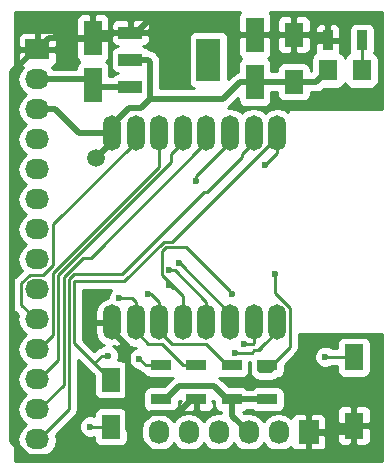
<source format=gbr>
G04 #@! TF.FileFunction,Copper,L1,Top,Signal*
%FSLAX46Y46*%
G04 Gerber Fmt 4.6, Leading zero omitted, Abs format (unit mm)*
G04 Created by KiCad (PCBNEW 4.1.0-alpha+201607250104+6992~46~ubuntu14.04.1-product) date Sat Aug 13 20:54:48 2016*
%MOMM*%
%LPD*%
G01*
G04 APERTURE LIST*
%ADD10C,0.100000*%
%ADD11R,1.597660X1.800860*%
%ADD12R,1.727200X2.032000*%
%ADD13O,1.727200X2.032000*%
%ADD14R,2.032000X1.727200*%
%ADD15O,2.032000X1.727200*%
%ADD16R,1.501140X2.999740*%
%ADD17R,1.600000X2.000000*%
%ADD18R,1.700000X0.900000*%
%ADD19R,2.032000X3.657600*%
%ADD20R,2.032000X1.016000*%
%ADD21O,1.524000X3.000000*%
%ADD22R,0.900000X1.700000*%
%ADD23R,1.600000X2.180000*%
%ADD24C,1.500000*%
%ADD25C,0.600000*%
%ADD26C,0.500000*%
%ADD27C,0.250000*%
%ADD28C,0.254000*%
G04 APERTURE END LIST*
D10*
D11*
X137010140Y-107188000D03*
X139849860Y-107188000D03*
D12*
X135359000Y-137850000D03*
D13*
X132819000Y-137850000D03*
X130279000Y-137850000D03*
X127739000Y-137850000D03*
X125199000Y-137850000D03*
X122659000Y-137850000D03*
D14*
X112395000Y-105410000D03*
D15*
X112395000Y-107950000D03*
X112395000Y-110490000D03*
X112395000Y-113030000D03*
X112395000Y-115570000D03*
X112395000Y-118110000D03*
X112395000Y-120650000D03*
X112395000Y-123190000D03*
X112395000Y-125730000D03*
X112395000Y-128270000D03*
X112395000Y-130810000D03*
X112395000Y-133350000D03*
X112395000Y-135890000D03*
X112395000Y-138430000D03*
D16*
X117094000Y-104460040D03*
X117094000Y-108458000D03*
X130810000Y-104173020D03*
X130810000Y-108170980D03*
D17*
X134112000Y-108172000D03*
X134112000Y-104172000D03*
X118618000Y-137382000D03*
X118618000Y-133382000D03*
D18*
X122859000Y-135050000D03*
X122859000Y-132150000D03*
D19*
X126873000Y-106299000D03*
D20*
X120269000Y-106299000D03*
X120269000Y-108585000D03*
X120269000Y-104013000D03*
D21*
X118714000Y-112522000D03*
X120714000Y-112522000D03*
X122714000Y-112522000D03*
X124714000Y-112522000D03*
X126714000Y-112522000D03*
X128714000Y-112522000D03*
X130714000Y-112522000D03*
X132714000Y-112522000D03*
X118714000Y-128522000D03*
X120714000Y-128522000D03*
X122714000Y-128522000D03*
X124714000Y-128522000D03*
X126714000Y-128522000D03*
X128714000Y-128522000D03*
X130714000Y-128522000D03*
X132714000Y-128522000D03*
D22*
X139880000Y-104648000D03*
X136980000Y-104648000D03*
D23*
X139194320Y-131466000D03*
X139189680Y-137266000D03*
D18*
X128859000Y-135050000D03*
X128859000Y-132150000D03*
X131859000Y-135050000D03*
X131859000Y-132150000D03*
X125859000Y-132150000D03*
X125859000Y-135050000D03*
D24*
X117359000Y-114600000D03*
D25*
X116859000Y-137350000D03*
X128905000Y-126111000D03*
X136779000Y-131445000D03*
X123571000Y-125349000D03*
X118359000Y-131350000D03*
X121018011Y-131600000D03*
X131699000Y-115189000D03*
X129859000Y-130350000D03*
X129109000Y-131100000D03*
X124390696Y-123513306D03*
X123571000Y-124079000D03*
X121793000Y-126111000D03*
X119327895Y-126457122D03*
X132521259Y-124437741D03*
X125859000Y-116600000D03*
D26*
X125859000Y-135050000D02*
X125459000Y-135050000D01*
X125459000Y-135050000D02*
X124325010Y-136183990D01*
X124325010Y-136183990D02*
X121991639Y-136183990D01*
X121991639Y-136183990D02*
X120345831Y-137829798D01*
X122032043Y-139516010D02*
X120345831Y-137829798D01*
X120345831Y-137829798D02*
X120068001Y-137551968D01*
X112395000Y-105410000D02*
X112242600Y-105410000D01*
X112242600Y-105410000D02*
X110278980Y-107373620D01*
X110278980Y-107373620D02*
X110278980Y-138606947D01*
X111615643Y-139943610D02*
X119026392Y-139943610D01*
X110278980Y-138606947D02*
X111615643Y-139943610D01*
X119026392Y-139943610D02*
X120345831Y-138624171D01*
X120345831Y-138624171D02*
X120345831Y-137829798D01*
X139189680Y-137266000D02*
X139189680Y-138856000D01*
X139189680Y-138856000D02*
X138529670Y-139516010D01*
X138529670Y-139516010D02*
X122032043Y-139516010D01*
X120068001Y-130614001D02*
X118714000Y-129260000D01*
X120068001Y-137551968D02*
X120068001Y-130614001D01*
X118714000Y-129260000D02*
X118714000Y-128522000D01*
X135359000Y-137850000D02*
X138605680Y-137850000D01*
X138605680Y-137850000D02*
X139189680Y-137266000D01*
X134112000Y-104172000D02*
X136504000Y-104172000D01*
X136504000Y-104172000D02*
X136980000Y-104648000D01*
X134112000Y-104172000D02*
X130811020Y-104172000D01*
X130811020Y-104172000D02*
X130810000Y-104173020D01*
X127529000Y-103005000D02*
X128697020Y-104173020D01*
X128697020Y-104173020D02*
X130810000Y-104173020D01*
X127529000Y-103005000D02*
X121785000Y-103005000D01*
X121785000Y-103005000D02*
X120777000Y-104013000D01*
X120777000Y-104013000D02*
X120269000Y-104013000D01*
X120269000Y-104013000D02*
X117541040Y-104013000D01*
X117541040Y-104013000D02*
X117094000Y-104460040D01*
X117094000Y-104460040D02*
X113344960Y-104460040D01*
X113344960Y-104460040D02*
X112395000Y-105410000D01*
X112395000Y-107950000D02*
X116586000Y-107950000D01*
X116586000Y-107950000D02*
X117094000Y-108458000D01*
X112903000Y-108458000D02*
X112395000Y-107950000D01*
X120269000Y-108585000D02*
X117221000Y-108585000D01*
X117221000Y-108585000D02*
X117094000Y-108458000D01*
X122859000Y-135050000D02*
X123259000Y-135050000D01*
X123259000Y-135050000D02*
X124359001Y-133949999D01*
X124359001Y-133949999D02*
X127358999Y-133949999D01*
X127358999Y-133949999D02*
X128459000Y-135050000D01*
X128459000Y-135050000D02*
X128859000Y-135050000D01*
X131859000Y-135050000D02*
X128859000Y-135050000D01*
X128859000Y-135050000D02*
X128859000Y-136430000D01*
X128859000Y-136430000D02*
X130279000Y-137850000D01*
X118714000Y-112522000D02*
X118714000Y-113245000D01*
X118714000Y-113245000D02*
X117359000Y-114600000D01*
X130810000Y-108170980D02*
X129559430Y-108170980D01*
X129559430Y-108170980D02*
X128117409Y-109613001D01*
X128117409Y-109613001D02*
X121935001Y-109613001D01*
X134112000Y-108172000D02*
X136026140Y-108172000D01*
X136026140Y-108172000D02*
X137010140Y-107188000D01*
X130810000Y-108170980D02*
X134110980Y-108170980D01*
X134110980Y-108170980D02*
X134112000Y-108172000D01*
X112395000Y-110490000D02*
X113911000Y-110490000D01*
X113911000Y-110490000D02*
X115943000Y-112522000D01*
X115943000Y-112522000D02*
X117452000Y-112522000D01*
X117452000Y-112522000D02*
X118714000Y-112522000D01*
X112547400Y-110490000D02*
X112395000Y-110490000D01*
X120269000Y-106299000D02*
X121785000Y-106299000D01*
X121785000Y-106299000D02*
X121935001Y-106449001D01*
X120126010Y-110371990D02*
X118714000Y-111784000D01*
X118714000Y-111784000D02*
X118714000Y-112522000D01*
X121935001Y-106449001D02*
X121935001Y-109613001D01*
X121935001Y-109613001D02*
X121176012Y-110371990D01*
X121176012Y-110371990D02*
X120126010Y-110371990D01*
D27*
X116859000Y-137350000D02*
X118586000Y-137350000D01*
X118586000Y-137350000D02*
X118618000Y-137382000D01*
X122945995Y-122508999D02*
X123270995Y-122183999D01*
X123270995Y-122183999D02*
X124977999Y-122183999D01*
X122945995Y-124560993D02*
X122945995Y-122508999D01*
X124977999Y-122183999D02*
X128605001Y-125811001D01*
X124714000Y-126328998D02*
X122945995Y-124560993D01*
X128605001Y-125811001D02*
X128905000Y-126111000D01*
X139194320Y-131466000D02*
X138248588Y-131466000D01*
X138248588Y-131466000D02*
X138144320Y-131466000D01*
X136779000Y-131445000D02*
X138227588Y-131445000D01*
X138227588Y-131445000D02*
X138248588Y-131466000D01*
X123571000Y-125349000D02*
X123870999Y-125648999D01*
X123870999Y-125648999D02*
X124034001Y-125648999D01*
X124034001Y-125648999D02*
X124714000Y-126328998D01*
X124714000Y-126328998D02*
X124714000Y-126772000D01*
X124714000Y-126772000D02*
X124714000Y-128522000D01*
X115536049Y-130300049D02*
X117226014Y-131990014D01*
X117226014Y-131990014D02*
X118618000Y-133382000D01*
X118359000Y-131350000D02*
X117866028Y-131350000D01*
X117866028Y-131350000D02*
X117226014Y-131990014D01*
X122859000Y-132150000D02*
X121568011Y-132150000D01*
X121568011Y-132150000D02*
X121018011Y-131600000D01*
X131699000Y-115189000D02*
X132714000Y-114174000D01*
X132714000Y-114174000D02*
X132714000Y-112522000D01*
D26*
X112903000Y-112522000D02*
X112395000Y-113030000D01*
D27*
X132714000Y-112522000D02*
X132714000Y-112797264D01*
X123084597Y-121733989D02*
X119754237Y-125064349D01*
X123777275Y-121733989D02*
X123084597Y-121733989D01*
X115536049Y-125064349D02*
X115536049Y-130300049D01*
X119754237Y-125064349D02*
X115536049Y-125064349D01*
X132714000Y-112797264D02*
X123777275Y-121733989D01*
X130283264Y-130350000D02*
X129859000Y-130350000D01*
X130636000Y-130350000D02*
X130283264Y-130350000D01*
X130714000Y-130272000D02*
X130636000Y-130350000D01*
X130714000Y-128522000D02*
X130714000Y-130272000D01*
X129533264Y-131100000D02*
X129109000Y-131100000D01*
X130533264Y-131100000D02*
X129533264Y-131100000D01*
X130783264Y-130850000D02*
X130533264Y-131100000D01*
X131658999Y-130300001D02*
X131109000Y-130850000D01*
X131109000Y-130850000D02*
X130783264Y-130850000D01*
X132714000Y-128522000D02*
X132714000Y-129260000D01*
X132714000Y-129260000D02*
X131124000Y-130850000D01*
X131124000Y-130850000D02*
X130783264Y-130850000D01*
X132714000Y-128522000D02*
X132714000Y-128872998D01*
X124443306Y-123513306D02*
X124390696Y-123513306D01*
X128714000Y-127784000D02*
X124443306Y-123513306D01*
X128714000Y-128522000D02*
X128714000Y-127784000D01*
X124021000Y-124079000D02*
X123995264Y-124079000D01*
X126714000Y-126772000D02*
X124021000Y-124079000D01*
X123995264Y-124079000D02*
X123571000Y-124079000D01*
X126714000Y-128522000D02*
X126714000Y-126772000D01*
X128459000Y-132150000D02*
X126656010Y-130347010D01*
X123801010Y-130347010D02*
X122714000Y-129260000D01*
X128859000Y-132150000D02*
X128459000Y-132150000D01*
X126656010Y-130347010D02*
X123801010Y-130347010D01*
X122714000Y-129260000D02*
X122714000Y-128522000D01*
X122714000Y-128522000D02*
X122714000Y-126772000D01*
X122053000Y-126111000D02*
X121793000Y-126111000D01*
X122714000Y-126772000D02*
X122053000Y-126111000D01*
X125859000Y-132150000D02*
X124759000Y-132150000D01*
X124759000Y-132150000D02*
X122956010Y-130347010D01*
X122956010Y-130347010D02*
X121801010Y-130347010D01*
X121801010Y-130347010D02*
X120714000Y-129260000D01*
X120714000Y-129260000D02*
X120714000Y-128522000D01*
X120399122Y-126457122D02*
X119327895Y-126457122D01*
X120714000Y-128522000D02*
X120714000Y-126772000D01*
X120714000Y-126772000D02*
X120399122Y-126457122D01*
X112242600Y-128270000D02*
X112395000Y-128270000D01*
X120714000Y-113260000D02*
X113736010Y-120237990D01*
X111053990Y-127081390D02*
X112242600Y-128270000D01*
X113736010Y-123682338D02*
X112876958Y-124541390D01*
X111053990Y-125237662D02*
X111053990Y-127081390D01*
X112876958Y-124541390D02*
X111750262Y-124541390D01*
X120714000Y-112522000D02*
X120714000Y-113260000D01*
X113736010Y-120237990D02*
X113736010Y-123682338D01*
X111750262Y-124541390D02*
X111053990Y-125237662D01*
X122714000Y-112522000D02*
X122714000Y-115340758D01*
X122714000Y-115340758D02*
X113736008Y-124318750D01*
X113736008Y-124318750D02*
X113736008Y-129621392D01*
X113736008Y-129621392D02*
X112547400Y-130810000D01*
X112547400Y-130810000D02*
X112395000Y-130810000D01*
X124714000Y-113260000D02*
X123702000Y-114272000D01*
X114186018Y-131711382D02*
X112547400Y-133350000D01*
X123702000Y-114272000D02*
X123702000Y-114989168D01*
X123702000Y-114989168D02*
X114186018Y-124505150D01*
X114186018Y-124505150D02*
X114186018Y-131711382D01*
X112547400Y-133350000D02*
X112395000Y-133350000D01*
X124714000Y-112522000D02*
X124714000Y-113260000D01*
X114636028Y-124691550D02*
X114636028Y-133801372D01*
X116266636Y-123060942D02*
X114636028Y-124691550D01*
X116913057Y-123060942D02*
X116266636Y-123060942D01*
X126714000Y-112522000D02*
X126714000Y-113260000D01*
X126714000Y-113260000D02*
X116913057Y-123060942D01*
X112547400Y-135890000D02*
X112395000Y-135890000D01*
X114636028Y-133801372D02*
X112547400Y-135890000D01*
X129702000Y-114501002D02*
X126723001Y-117480001D01*
X129702000Y-114272000D02*
X129702000Y-114501002D01*
X112547400Y-138430000D02*
X112395000Y-138430000D01*
X115086038Y-135891362D02*
X112547400Y-138430000D01*
X119546057Y-124427943D02*
X115536045Y-124427943D01*
X126723001Y-117480001D02*
X126493999Y-117480001D01*
X130714000Y-113260000D02*
X129702000Y-114272000D01*
X115086038Y-124877950D02*
X115086038Y-135891362D01*
X115536045Y-124427943D02*
X115086038Y-124877950D01*
X130714000Y-112522000D02*
X130714000Y-113260000D01*
X126493999Y-117480001D02*
X119546057Y-124427943D01*
X139880000Y-104648000D02*
X139880000Y-107157860D01*
X139880000Y-107157860D02*
X139849860Y-107188000D01*
X132521259Y-124437741D02*
X132521259Y-126053995D01*
X133801010Y-130607990D02*
X132259000Y-132150000D01*
X132521259Y-126053995D02*
X133801010Y-127333746D01*
X133801010Y-127333746D02*
X133801010Y-130607990D01*
X132259000Y-132150000D02*
X131859000Y-132150000D01*
X128714000Y-112522000D02*
X128714000Y-113260000D01*
X128714000Y-113260000D02*
X125859000Y-116115000D01*
X125859000Y-116115000D02*
X125859000Y-116600000D01*
D26*
X131244000Y-132588000D02*
X132194000Y-132588000D01*
X128714000Y-112522000D02*
X128714000Y-113602000D01*
X128714000Y-112522000D02*
X128714000Y-111784000D01*
D28*
G36*
X110787334Y-127889536D02*
X110711655Y-128270000D01*
X110825729Y-128843489D01*
X111150585Y-129329670D01*
X111465366Y-129540000D01*
X111150585Y-129750330D01*
X110825729Y-130236511D01*
X110711655Y-130810000D01*
X110825729Y-131383489D01*
X111150585Y-131869670D01*
X111465366Y-132080000D01*
X111150585Y-132290330D01*
X110825729Y-132776511D01*
X110711655Y-133350000D01*
X110825729Y-133923489D01*
X111150585Y-134409670D01*
X111465366Y-134620000D01*
X111150585Y-134830330D01*
X110825729Y-135316511D01*
X110711655Y-135890000D01*
X110825729Y-136463489D01*
X111150585Y-136949670D01*
X111465366Y-137160000D01*
X111150585Y-137370330D01*
X110825729Y-137856511D01*
X110711655Y-138430000D01*
X110825729Y-139003489D01*
X111150585Y-139489670D01*
X111636766Y-139814526D01*
X112210255Y-139928600D01*
X112579745Y-139928600D01*
X113153234Y-139814526D01*
X113639415Y-139489670D01*
X113964271Y-139003489D01*
X114078345Y-138430000D01*
X114002666Y-138049536D01*
X115623439Y-136428763D01*
X115788186Y-136182202D01*
X115846038Y-135891362D01*
X115846038Y-135734560D01*
X117818000Y-135734560D01*
X117575877Y-135781537D01*
X117363073Y-135921327D01*
X117220623Y-136132360D01*
X117170560Y-136382000D01*
X117170560Y-136466968D01*
X117045799Y-136415162D01*
X116673833Y-136414838D01*
X116330057Y-136556883D01*
X116066808Y-136819673D01*
X115924162Y-137163201D01*
X115923838Y-137535167D01*
X116065883Y-137878943D01*
X116328673Y-138142192D01*
X116672201Y-138284838D01*
X117044167Y-138285162D01*
X117170560Y-138232938D01*
X117170560Y-138382000D01*
X117217537Y-138624123D01*
X117357327Y-138836927D01*
X117568360Y-138979377D01*
X117818000Y-139029440D01*
X119418000Y-139029440D01*
X119660123Y-138982463D01*
X119872927Y-138842673D01*
X120015377Y-138631640D01*
X120065440Y-138382000D01*
X120065440Y-136382000D01*
X120018463Y-136139877D01*
X119878673Y-135927073D01*
X119667640Y-135784623D01*
X119418000Y-135734560D01*
X117818000Y-135734560D01*
X115846038Y-135734560D01*
X115846038Y-131684840D01*
X117170560Y-133009362D01*
X117170560Y-134382000D01*
X117217537Y-134624123D01*
X117357327Y-134836927D01*
X117568360Y-134979377D01*
X117818000Y-135029440D01*
X119418000Y-135029440D01*
X119660123Y-134982463D01*
X119872927Y-134842673D01*
X120015377Y-134631640D01*
X120065440Y-134382000D01*
X120065440Y-132382000D01*
X120018463Y-132139877D01*
X119878673Y-131927073D01*
X119667640Y-131784623D01*
X119418000Y-131734560D01*
X119211720Y-131734560D01*
X119293838Y-131536799D01*
X119294162Y-131164833D01*
X119152117Y-130821057D01*
X118889327Y-130557808D01*
X118841002Y-130537742D01*
X118841002Y-130491721D01*
X119057070Y-130614220D01*
X119131277Y-130599260D01*
X119612026Y-130337630D01*
X119692059Y-130238601D01*
X119726172Y-130289655D01*
X120179391Y-130592487D01*
X120714000Y-130698827D01*
X120784545Y-130684795D01*
X120489068Y-130806883D01*
X120225819Y-131069673D01*
X120083173Y-131413201D01*
X120082849Y-131785167D01*
X120224894Y-132128943D01*
X120487684Y-132392192D01*
X120831212Y-132534838D01*
X120878088Y-132534879D01*
X121030610Y-132687401D01*
X121277171Y-132852148D01*
X121325425Y-132861746D01*
X121435857Y-132883713D01*
X121548327Y-133054927D01*
X121759360Y-133197377D01*
X122009000Y-133247440D01*
X123709000Y-133247440D01*
X123905025Y-133209407D01*
X123733211Y-133324209D01*
X123733209Y-133324212D01*
X123104860Y-133952560D01*
X122009000Y-133952560D01*
X121766877Y-133999537D01*
X121554073Y-134139327D01*
X121411623Y-134350360D01*
X121361560Y-134600000D01*
X121361560Y-135500000D01*
X121408537Y-135742123D01*
X121548327Y-135954927D01*
X121759360Y-136097377D01*
X122009000Y-136147440D01*
X123709000Y-136147440D01*
X123951123Y-136100463D01*
X124163927Y-135960673D01*
X124306377Y-135749640D01*
X124356440Y-135500000D01*
X124356440Y-135204140D01*
X124383578Y-135177002D01*
X124532748Y-135177002D01*
X124374000Y-135335750D01*
X124374000Y-135626309D01*
X124470673Y-135859698D01*
X124649301Y-136038327D01*
X124882690Y-136135000D01*
X125573250Y-136135000D01*
X125732000Y-135976250D01*
X125732000Y-135177000D01*
X125712000Y-135177000D01*
X125712000Y-134923000D01*
X125732000Y-134923000D01*
X125732000Y-134903000D01*
X125986000Y-134903000D01*
X125986000Y-134923000D01*
X126006000Y-134923000D01*
X126006000Y-135177000D01*
X125986000Y-135177000D01*
X125986000Y-135976250D01*
X126144750Y-136135000D01*
X126835310Y-136135000D01*
X127068699Y-136038327D01*
X127247327Y-135859698D01*
X127344000Y-135626309D01*
X127344000Y-135335750D01*
X127185252Y-135177002D01*
X127334423Y-135177002D01*
X127361560Y-135204139D01*
X127361560Y-135500000D01*
X127408537Y-135742123D01*
X127548327Y-135954927D01*
X127759360Y-136097377D01*
X127974000Y-136140421D01*
X127974000Y-136213399D01*
X127739000Y-136166655D01*
X127165511Y-136280729D01*
X126679330Y-136605585D01*
X126469000Y-136920366D01*
X126258670Y-136605585D01*
X125772489Y-136280729D01*
X125199000Y-136166655D01*
X124625511Y-136280729D01*
X124139330Y-136605585D01*
X123929000Y-136920366D01*
X123718670Y-136605585D01*
X123232489Y-136280729D01*
X122659000Y-136166655D01*
X122085511Y-136280729D01*
X121599330Y-136605585D01*
X121274474Y-137091766D01*
X121160400Y-137665255D01*
X121160400Y-138034745D01*
X121274474Y-138608234D01*
X121599330Y-139094415D01*
X122085511Y-139419271D01*
X122659000Y-139533345D01*
X123232489Y-139419271D01*
X123718670Y-139094415D01*
X123929000Y-138779634D01*
X124139330Y-139094415D01*
X124625511Y-139419271D01*
X125199000Y-139533345D01*
X125772489Y-139419271D01*
X126258670Y-139094415D01*
X126469000Y-138779634D01*
X126679330Y-139094415D01*
X127165511Y-139419271D01*
X127739000Y-139533345D01*
X128312489Y-139419271D01*
X128798670Y-139094415D01*
X129009000Y-138779634D01*
X129219330Y-139094415D01*
X129705511Y-139419271D01*
X130279000Y-139533345D01*
X130852489Y-139419271D01*
X131338670Y-139094415D01*
X131549000Y-138779634D01*
X131759330Y-139094415D01*
X132245511Y-139419271D01*
X132819000Y-139533345D01*
X133392489Y-139419271D01*
X133878670Y-139094415D01*
X133893500Y-139072220D01*
X133957073Y-139225698D01*
X134135701Y-139404327D01*
X134369090Y-139501000D01*
X135073250Y-139501000D01*
X135232000Y-139342250D01*
X135232000Y-137977000D01*
X135486000Y-137977000D01*
X135486000Y-139342250D01*
X135644750Y-139501000D01*
X136348910Y-139501000D01*
X136582299Y-139404327D01*
X136760927Y-139225698D01*
X136857600Y-138992309D01*
X136857600Y-138482309D01*
X137754680Y-138482309D01*
X137851353Y-138715698D01*
X138029981Y-138894327D01*
X138263370Y-138991000D01*
X138903930Y-138991000D01*
X139062680Y-138832250D01*
X139062680Y-137393000D01*
X139316680Y-137393000D01*
X139062680Y-137393000D01*
X139316680Y-137393000D01*
X139316680Y-138832250D01*
X139475430Y-138991000D01*
X140115990Y-138991000D01*
X140349379Y-138894327D01*
X140528007Y-138715698D01*
X140624680Y-138482309D01*
X140624680Y-137551750D01*
X140465930Y-137393000D01*
X139316680Y-137393000D01*
X139062680Y-137393000D01*
X137913430Y-137393000D01*
X136857600Y-137393000D01*
X136857600Y-136707691D01*
X136760927Y-136474302D01*
X136582299Y-136295673D01*
X136348910Y-136199000D01*
X135644750Y-136199000D01*
X135486000Y-136357750D01*
X135486000Y-137723000D01*
X136698850Y-137723000D01*
X136857600Y-137564250D01*
X136857600Y-137393000D01*
X137913430Y-137393000D01*
X136857600Y-137393000D01*
X137913430Y-137393000D01*
X137754680Y-137551750D01*
X137754680Y-138482309D01*
X136857600Y-138482309D01*
X136857600Y-138135750D01*
X136698850Y-137977000D01*
X135486000Y-137977000D01*
X135232000Y-137977000D01*
X135212000Y-137977000D01*
X135212000Y-137723000D01*
X135232000Y-137723000D01*
X135232000Y-136357750D01*
X135073250Y-136199000D01*
X134369090Y-136199000D01*
X134135701Y-136295673D01*
X133957073Y-136474302D01*
X133893500Y-136627780D01*
X133878670Y-136605585D01*
X133392489Y-136280729D01*
X132819000Y-136166655D01*
X132245511Y-136280729D01*
X131759330Y-136605585D01*
X131549000Y-136920366D01*
X131338670Y-136605585D01*
X130852489Y-136280729D01*
X130279000Y-136166655D01*
X129918869Y-136238289D01*
X129808680Y-136128100D01*
X129951123Y-136100463D01*
X130163927Y-135960673D01*
X130181257Y-135935000D01*
X130535237Y-135935000D01*
X130548327Y-135954927D01*
X130759360Y-136097377D01*
X131009000Y-136147440D01*
X132709000Y-136147440D01*
X132951123Y-136100463D01*
X133163927Y-135960673D01*
X133306377Y-135749640D01*
X133348217Y-135541000D01*
X138263370Y-135541000D01*
X138029981Y-135637673D01*
X137851353Y-135816302D01*
X137754680Y-136049691D01*
X137754680Y-136980250D01*
X137913430Y-137139000D01*
X139062680Y-137139000D01*
X139062680Y-135699750D01*
X138903930Y-135541000D01*
X139475430Y-135541000D01*
X139316680Y-135699750D01*
X139316680Y-137139000D01*
X140465930Y-137139000D01*
X140624680Y-136980250D01*
X140624680Y-136049691D01*
X140528007Y-135816302D01*
X140349379Y-135637673D01*
X140115990Y-135541000D01*
X139475430Y-135541000D01*
X138903930Y-135541000D01*
X138263370Y-135541000D01*
X133348217Y-135541000D01*
X133356440Y-135500000D01*
X133356440Y-134600000D01*
X133309463Y-134357877D01*
X133169673Y-134145073D01*
X132958640Y-134002623D01*
X132709000Y-133952560D01*
X131009000Y-133952560D01*
X130766877Y-133999537D01*
X130554073Y-134139327D01*
X130536743Y-134165000D01*
X130182763Y-134165000D01*
X130169673Y-134145073D01*
X129958640Y-134002623D01*
X129709000Y-133952560D01*
X128613139Y-133952560D01*
X127984789Y-133324209D01*
X127810241Y-133207581D01*
X128009000Y-133247440D01*
X129709000Y-133247440D01*
X129951123Y-133200463D01*
X130163927Y-133060673D01*
X130306377Y-132849640D01*
X130356440Y-132600000D01*
X130356440Y-131860000D01*
X130361560Y-131860000D01*
X130361560Y-132575130D01*
X130359000Y-132588000D01*
X130368423Y-132635370D01*
X130408537Y-132842123D01*
X130409988Y-132844332D01*
X130426367Y-132926675D01*
X130618210Y-133213790D01*
X130905325Y-133405633D01*
X131244000Y-133473000D01*
X132194000Y-133473000D01*
X132532675Y-133405633D01*
X132794156Y-133230918D01*
X132951123Y-133200463D01*
X133163927Y-133060673D01*
X133306377Y-132849640D01*
X133356440Y-132600000D01*
X133356440Y-132127362D01*
X134338411Y-131145391D01*
X134503158Y-130898830D01*
X134521447Y-130806883D01*
X134561010Y-130607990D01*
X134561010Y-129728560D01*
X138394320Y-129728560D01*
X138152197Y-129775537D01*
X137939393Y-129915327D01*
X137796943Y-130126360D01*
X137746880Y-130376000D01*
X137746880Y-130685000D01*
X137341463Y-130685000D01*
X137309327Y-130652808D01*
X136965799Y-130510162D01*
X136593833Y-130509838D01*
X136250057Y-130651883D01*
X135986808Y-130914673D01*
X135844162Y-131258201D01*
X135843838Y-131630167D01*
X135985883Y-131973943D01*
X136248673Y-132237192D01*
X136592201Y-132379838D01*
X136964167Y-132380162D01*
X137307943Y-132238117D01*
X137341118Y-132205000D01*
X137746880Y-132205000D01*
X137746880Y-132556000D01*
X137793857Y-132798123D01*
X137933647Y-133010927D01*
X138144680Y-133153377D01*
X138394320Y-133203440D01*
X139994320Y-133203440D01*
X140236443Y-133156463D01*
X140449247Y-133016673D01*
X140591697Y-132805640D01*
X140641760Y-132556000D01*
X140641760Y-130376000D01*
X140594783Y-130133877D01*
X140454993Y-129921073D01*
X140243960Y-129778623D01*
X139994320Y-129728560D01*
X138394320Y-129728560D01*
X134561010Y-129728560D01*
X134561010Y-129540000D01*
X141562091Y-129540000D01*
X141564818Y-140285000D01*
X110540000Y-140285000D01*
X110540000Y-127642202D01*
X110787334Y-127889536D01*
X110787334Y-127889536D01*
G37*
X110787334Y-127889536D02*
X110711655Y-128270000D01*
X110825729Y-128843489D01*
X111150585Y-129329670D01*
X111465366Y-129540000D01*
X111150585Y-129750330D01*
X110825729Y-130236511D01*
X110711655Y-130810000D01*
X110825729Y-131383489D01*
X111150585Y-131869670D01*
X111465366Y-132080000D01*
X111150585Y-132290330D01*
X110825729Y-132776511D01*
X110711655Y-133350000D01*
X110825729Y-133923489D01*
X111150585Y-134409670D01*
X111465366Y-134620000D01*
X111150585Y-134830330D01*
X110825729Y-135316511D01*
X110711655Y-135890000D01*
X110825729Y-136463489D01*
X111150585Y-136949670D01*
X111465366Y-137160000D01*
X111150585Y-137370330D01*
X110825729Y-137856511D01*
X110711655Y-138430000D01*
X110825729Y-139003489D01*
X111150585Y-139489670D01*
X111636766Y-139814526D01*
X112210255Y-139928600D01*
X112579745Y-139928600D01*
X113153234Y-139814526D01*
X113639415Y-139489670D01*
X113964271Y-139003489D01*
X114078345Y-138430000D01*
X114002666Y-138049536D01*
X115623439Y-136428763D01*
X115788186Y-136182202D01*
X115846038Y-135891362D01*
X115846038Y-135734560D01*
X117818000Y-135734560D01*
X117575877Y-135781537D01*
X117363073Y-135921327D01*
X117220623Y-136132360D01*
X117170560Y-136382000D01*
X117170560Y-136466968D01*
X117045799Y-136415162D01*
X116673833Y-136414838D01*
X116330057Y-136556883D01*
X116066808Y-136819673D01*
X115924162Y-137163201D01*
X115923838Y-137535167D01*
X116065883Y-137878943D01*
X116328673Y-138142192D01*
X116672201Y-138284838D01*
X117044167Y-138285162D01*
X117170560Y-138232938D01*
X117170560Y-138382000D01*
X117217537Y-138624123D01*
X117357327Y-138836927D01*
X117568360Y-138979377D01*
X117818000Y-139029440D01*
X119418000Y-139029440D01*
X119660123Y-138982463D01*
X119872927Y-138842673D01*
X120015377Y-138631640D01*
X120065440Y-138382000D01*
X120065440Y-136382000D01*
X120018463Y-136139877D01*
X119878673Y-135927073D01*
X119667640Y-135784623D01*
X119418000Y-135734560D01*
X117818000Y-135734560D01*
X115846038Y-135734560D01*
X115846038Y-131684840D01*
X117170560Y-133009362D01*
X117170560Y-134382000D01*
X117217537Y-134624123D01*
X117357327Y-134836927D01*
X117568360Y-134979377D01*
X117818000Y-135029440D01*
X119418000Y-135029440D01*
X119660123Y-134982463D01*
X119872927Y-134842673D01*
X120015377Y-134631640D01*
X120065440Y-134382000D01*
X120065440Y-132382000D01*
X120018463Y-132139877D01*
X119878673Y-131927073D01*
X119667640Y-131784623D01*
X119418000Y-131734560D01*
X119211720Y-131734560D01*
X119293838Y-131536799D01*
X119294162Y-131164833D01*
X119152117Y-130821057D01*
X118889327Y-130557808D01*
X118841002Y-130537742D01*
X118841002Y-130491721D01*
X119057070Y-130614220D01*
X119131277Y-130599260D01*
X119612026Y-130337630D01*
X119692059Y-130238601D01*
X119726172Y-130289655D01*
X120179391Y-130592487D01*
X120714000Y-130698827D01*
X120784545Y-130684795D01*
X120489068Y-130806883D01*
X120225819Y-131069673D01*
X120083173Y-131413201D01*
X120082849Y-131785167D01*
X120224894Y-132128943D01*
X120487684Y-132392192D01*
X120831212Y-132534838D01*
X120878088Y-132534879D01*
X121030610Y-132687401D01*
X121277171Y-132852148D01*
X121325425Y-132861746D01*
X121435857Y-132883713D01*
X121548327Y-133054927D01*
X121759360Y-133197377D01*
X122009000Y-133247440D01*
X123709000Y-133247440D01*
X123905025Y-133209407D01*
X123733211Y-133324209D01*
X123733209Y-133324212D01*
X123104860Y-133952560D01*
X122009000Y-133952560D01*
X121766877Y-133999537D01*
X121554073Y-134139327D01*
X121411623Y-134350360D01*
X121361560Y-134600000D01*
X121361560Y-135500000D01*
X121408537Y-135742123D01*
X121548327Y-135954927D01*
X121759360Y-136097377D01*
X122009000Y-136147440D01*
X123709000Y-136147440D01*
X123951123Y-136100463D01*
X124163927Y-135960673D01*
X124306377Y-135749640D01*
X124356440Y-135500000D01*
X124356440Y-135204140D01*
X124383578Y-135177002D01*
X124532748Y-135177002D01*
X124374000Y-135335750D01*
X124374000Y-135626309D01*
X124470673Y-135859698D01*
X124649301Y-136038327D01*
X124882690Y-136135000D01*
X125573250Y-136135000D01*
X125732000Y-135976250D01*
X125732000Y-135177000D01*
X125712000Y-135177000D01*
X125712000Y-134923000D01*
X125732000Y-134923000D01*
X125732000Y-134903000D01*
X125986000Y-134903000D01*
X125986000Y-134923000D01*
X126006000Y-134923000D01*
X126006000Y-135177000D01*
X125986000Y-135177000D01*
X125986000Y-135976250D01*
X126144750Y-136135000D01*
X126835310Y-136135000D01*
X127068699Y-136038327D01*
X127247327Y-135859698D01*
X127344000Y-135626309D01*
X127344000Y-135335750D01*
X127185252Y-135177002D01*
X127334423Y-135177002D01*
X127361560Y-135204139D01*
X127361560Y-135500000D01*
X127408537Y-135742123D01*
X127548327Y-135954927D01*
X127759360Y-136097377D01*
X127974000Y-136140421D01*
X127974000Y-136213399D01*
X127739000Y-136166655D01*
X127165511Y-136280729D01*
X126679330Y-136605585D01*
X126469000Y-136920366D01*
X126258670Y-136605585D01*
X125772489Y-136280729D01*
X125199000Y-136166655D01*
X124625511Y-136280729D01*
X124139330Y-136605585D01*
X123929000Y-136920366D01*
X123718670Y-136605585D01*
X123232489Y-136280729D01*
X122659000Y-136166655D01*
X122085511Y-136280729D01*
X121599330Y-136605585D01*
X121274474Y-137091766D01*
X121160400Y-137665255D01*
X121160400Y-138034745D01*
X121274474Y-138608234D01*
X121599330Y-139094415D01*
X122085511Y-139419271D01*
X122659000Y-139533345D01*
X123232489Y-139419271D01*
X123718670Y-139094415D01*
X123929000Y-138779634D01*
X124139330Y-139094415D01*
X124625511Y-139419271D01*
X125199000Y-139533345D01*
X125772489Y-139419271D01*
X126258670Y-139094415D01*
X126469000Y-138779634D01*
X126679330Y-139094415D01*
X127165511Y-139419271D01*
X127739000Y-139533345D01*
X128312489Y-139419271D01*
X128798670Y-139094415D01*
X129009000Y-138779634D01*
X129219330Y-139094415D01*
X129705511Y-139419271D01*
X130279000Y-139533345D01*
X130852489Y-139419271D01*
X131338670Y-139094415D01*
X131549000Y-138779634D01*
X131759330Y-139094415D01*
X132245511Y-139419271D01*
X132819000Y-139533345D01*
X133392489Y-139419271D01*
X133878670Y-139094415D01*
X133893500Y-139072220D01*
X133957073Y-139225698D01*
X134135701Y-139404327D01*
X134369090Y-139501000D01*
X135073250Y-139501000D01*
X135232000Y-139342250D01*
X135232000Y-137977000D01*
X135486000Y-137977000D01*
X135486000Y-139342250D01*
X135644750Y-139501000D01*
X136348910Y-139501000D01*
X136582299Y-139404327D01*
X136760927Y-139225698D01*
X136857600Y-138992309D01*
X136857600Y-138482309D01*
X137754680Y-138482309D01*
X137851353Y-138715698D01*
X138029981Y-138894327D01*
X138263370Y-138991000D01*
X138903930Y-138991000D01*
X139062680Y-138832250D01*
X139062680Y-137393000D01*
X139316680Y-137393000D01*
X139062680Y-137393000D01*
X139316680Y-137393000D01*
X139316680Y-138832250D01*
X139475430Y-138991000D01*
X140115990Y-138991000D01*
X140349379Y-138894327D01*
X140528007Y-138715698D01*
X140624680Y-138482309D01*
X140624680Y-137551750D01*
X140465930Y-137393000D01*
X139316680Y-137393000D01*
X139062680Y-137393000D01*
X137913430Y-137393000D01*
X136857600Y-137393000D01*
X136857600Y-136707691D01*
X136760927Y-136474302D01*
X136582299Y-136295673D01*
X136348910Y-136199000D01*
X135644750Y-136199000D01*
X135486000Y-136357750D01*
X135486000Y-137723000D01*
X136698850Y-137723000D01*
X136857600Y-137564250D01*
X136857600Y-137393000D01*
X137913430Y-137393000D01*
X136857600Y-137393000D01*
X137913430Y-137393000D01*
X137754680Y-137551750D01*
X137754680Y-138482309D01*
X136857600Y-138482309D01*
X136857600Y-138135750D01*
X136698850Y-137977000D01*
X135486000Y-137977000D01*
X135232000Y-137977000D01*
X135212000Y-137977000D01*
X135212000Y-137723000D01*
X135232000Y-137723000D01*
X135232000Y-136357750D01*
X135073250Y-136199000D01*
X134369090Y-136199000D01*
X134135701Y-136295673D01*
X133957073Y-136474302D01*
X133893500Y-136627780D01*
X133878670Y-136605585D01*
X133392489Y-136280729D01*
X132819000Y-136166655D01*
X132245511Y-136280729D01*
X131759330Y-136605585D01*
X131549000Y-136920366D01*
X131338670Y-136605585D01*
X130852489Y-136280729D01*
X130279000Y-136166655D01*
X129918869Y-136238289D01*
X129808680Y-136128100D01*
X129951123Y-136100463D01*
X130163927Y-135960673D01*
X130181257Y-135935000D01*
X130535237Y-135935000D01*
X130548327Y-135954927D01*
X130759360Y-136097377D01*
X131009000Y-136147440D01*
X132709000Y-136147440D01*
X132951123Y-136100463D01*
X133163927Y-135960673D01*
X133306377Y-135749640D01*
X133348217Y-135541000D01*
X138263370Y-135541000D01*
X138029981Y-135637673D01*
X137851353Y-135816302D01*
X137754680Y-136049691D01*
X137754680Y-136980250D01*
X137913430Y-137139000D01*
X139062680Y-137139000D01*
X139062680Y-135699750D01*
X138903930Y-135541000D01*
X139475430Y-135541000D01*
X139316680Y-135699750D01*
X139316680Y-137139000D01*
X140465930Y-137139000D01*
X140624680Y-136980250D01*
X140624680Y-136049691D01*
X140528007Y-135816302D01*
X140349379Y-135637673D01*
X140115990Y-135541000D01*
X139475430Y-135541000D01*
X138903930Y-135541000D01*
X138263370Y-135541000D01*
X133348217Y-135541000D01*
X133356440Y-135500000D01*
X133356440Y-134600000D01*
X133309463Y-134357877D01*
X133169673Y-134145073D01*
X132958640Y-134002623D01*
X132709000Y-133952560D01*
X131009000Y-133952560D01*
X130766877Y-133999537D01*
X130554073Y-134139327D01*
X130536743Y-134165000D01*
X130182763Y-134165000D01*
X130169673Y-134145073D01*
X129958640Y-134002623D01*
X129709000Y-133952560D01*
X128613139Y-133952560D01*
X127984789Y-133324209D01*
X127810241Y-133207581D01*
X128009000Y-133247440D01*
X129709000Y-133247440D01*
X129951123Y-133200463D01*
X130163927Y-133060673D01*
X130306377Y-132849640D01*
X130356440Y-132600000D01*
X130356440Y-131860000D01*
X130361560Y-131860000D01*
X130361560Y-132575130D01*
X130359000Y-132588000D01*
X130368423Y-132635370D01*
X130408537Y-132842123D01*
X130409988Y-132844332D01*
X130426367Y-132926675D01*
X130618210Y-133213790D01*
X130905325Y-133405633D01*
X131244000Y-133473000D01*
X132194000Y-133473000D01*
X132532675Y-133405633D01*
X132794156Y-133230918D01*
X132951123Y-133200463D01*
X133163927Y-133060673D01*
X133306377Y-132849640D01*
X133356440Y-132600000D01*
X133356440Y-132127362D01*
X134338411Y-131145391D01*
X134503158Y-130898830D01*
X134521447Y-130806883D01*
X134561010Y-130607990D01*
X134561010Y-129728560D01*
X138394320Y-129728560D01*
X138152197Y-129775537D01*
X137939393Y-129915327D01*
X137796943Y-130126360D01*
X137746880Y-130376000D01*
X137746880Y-130685000D01*
X137341463Y-130685000D01*
X137309327Y-130652808D01*
X136965799Y-130510162D01*
X136593833Y-130509838D01*
X136250057Y-130651883D01*
X135986808Y-130914673D01*
X135844162Y-131258201D01*
X135843838Y-131630167D01*
X135985883Y-131973943D01*
X136248673Y-132237192D01*
X136592201Y-132379838D01*
X136964167Y-132380162D01*
X137307943Y-132238117D01*
X137341118Y-132205000D01*
X137746880Y-132205000D01*
X137746880Y-132556000D01*
X137793857Y-132798123D01*
X137933647Y-133010927D01*
X138144680Y-133153377D01*
X138394320Y-133203440D01*
X139994320Y-133203440D01*
X140236443Y-133156463D01*
X140449247Y-133016673D01*
X140591697Y-132805640D01*
X140641760Y-132556000D01*
X140641760Y-130376000D01*
X140594783Y-130133877D01*
X140454993Y-129921073D01*
X140243960Y-129778623D01*
X139994320Y-129728560D01*
X138394320Y-129728560D01*
X134561010Y-129728560D01*
X134561010Y-129540000D01*
X141562091Y-129540000D01*
X141564818Y-140285000D01*
X110540000Y-140285000D01*
X110540000Y-127642202D01*
X110787334Y-127889536D01*
G36*
X118535703Y-125926795D02*
X118393057Y-126270323D01*
X118392907Y-126442240D01*
X118370930Y-126429780D01*
X118296723Y-126444740D01*
X117815974Y-126706370D01*
X117471941Y-127132059D01*
X117317000Y-127657000D01*
X117317000Y-128395000D01*
X118587000Y-128395000D01*
X118587000Y-128375000D01*
X118841000Y-128375000D01*
X118841000Y-128395000D01*
X118861000Y-128395000D01*
X118861000Y-128649000D01*
X118841000Y-128649000D01*
X118841000Y-128669000D01*
X118587000Y-128669000D01*
X118587000Y-128649000D01*
X117317000Y-128649000D01*
X117317000Y-129387000D01*
X117471941Y-129911941D01*
X117815974Y-130337630D01*
X118051060Y-130465567D01*
X117830057Y-130556883D01*
X117779675Y-130607177D01*
X117625477Y-130637849D01*
X117575188Y-130647852D01*
X117328627Y-130812599D01*
X117226014Y-130915212D01*
X116296049Y-129985247D01*
X116296049Y-125824349D01*
X118638328Y-125824349D01*
X118535703Y-125926795D01*
X118535703Y-125926795D01*
G37*
X118535703Y-125926795D02*
X118393057Y-126270323D01*
X118392907Y-126442240D01*
X118370930Y-126429780D01*
X118296723Y-126444740D01*
X117815974Y-126706370D01*
X117471941Y-127132059D01*
X117317000Y-127657000D01*
X117317000Y-128395000D01*
X118587000Y-128395000D01*
X118587000Y-128375000D01*
X118841000Y-128375000D01*
X118841000Y-128395000D01*
X118861000Y-128395000D01*
X118861000Y-128649000D01*
X118841000Y-128649000D01*
X118841000Y-128669000D01*
X118587000Y-128669000D01*
X118587000Y-128649000D01*
X117317000Y-128649000D01*
X117317000Y-129387000D01*
X117471941Y-129911941D01*
X117815974Y-130337630D01*
X118051060Y-130465567D01*
X117830057Y-130556883D01*
X117779675Y-130607177D01*
X117625477Y-130637849D01*
X117575188Y-130647852D01*
X117328627Y-130812599D01*
X117226014Y-130915212D01*
X116296049Y-129985247D01*
X116296049Y-125824349D01*
X118638328Y-125824349D01*
X118535703Y-125926795D01*
G36*
X129521103Y-102313452D02*
X129424430Y-102546841D01*
X129424430Y-103887270D01*
X129583180Y-104046020D01*
X130683000Y-104046020D01*
X130683000Y-104026020D01*
X130937000Y-104026020D01*
X130937000Y-104046020D01*
X132036820Y-104046020D01*
X132195570Y-103887270D01*
X132195570Y-102546841D01*
X132191494Y-102537000D01*
X133185690Y-102537000D01*
X132952301Y-102633673D01*
X132773673Y-102812302D01*
X132677000Y-103045691D01*
X132677000Y-103886250D01*
X132835750Y-104045000D01*
X133985000Y-104045000D01*
X133985000Y-102695750D01*
X133826250Y-102537000D01*
X133185690Y-102537000D01*
X132191494Y-102537000D01*
X132098897Y-102313452D01*
X132070445Y-102285000D01*
X141555174Y-102285000D01*
X141557256Y-110490000D01*
X133731000Y-110490000D01*
X133682399Y-110499667D01*
X133641197Y-110527197D01*
X133613667Y-110568399D01*
X133604000Y-110617000D01*
X133604000Y-110688978D01*
X133248609Y-110451513D01*
X132714000Y-110345173D01*
X132179391Y-110451513D01*
X131726172Y-110754345D01*
X131714000Y-110772562D01*
X131701828Y-110754345D01*
X131248609Y-110451513D01*
X130714000Y-110345173D01*
X130179391Y-110451513D01*
X129726172Y-110754345D01*
X129714000Y-110772562D01*
X129701828Y-110754345D01*
X129248609Y-110451513D01*
X128714000Y-110345173D01*
X128528876Y-110381996D01*
X128743199Y-110238791D01*
X129411990Y-109570000D01*
X129411990Y-109670850D01*
X129458967Y-109912973D01*
X129598757Y-110125777D01*
X129809790Y-110268227D01*
X130059430Y-110318290D01*
X131560570Y-110318290D01*
X131802693Y-110271313D01*
X132015497Y-110131523D01*
X132157947Y-109920490D01*
X132208010Y-109670850D01*
X132208010Y-109055980D01*
X132664560Y-109055980D01*
X132664560Y-109172000D01*
X132711537Y-109414123D01*
X132851327Y-109626927D01*
X133062360Y-109769377D01*
X133312000Y-109819440D01*
X134912000Y-109819440D01*
X135154123Y-109772463D01*
X135366927Y-109632673D01*
X135509377Y-109421640D01*
X135559440Y-109172000D01*
X135559440Y-109057000D01*
X136026135Y-109057000D01*
X136026140Y-109057001D01*
X136308624Y-109000810D01*
X136364815Y-108989633D01*
X136651930Y-108797790D01*
X136713850Y-108735870D01*
X137808970Y-108735870D01*
X138051093Y-108688893D01*
X138263897Y-108549103D01*
X138406347Y-108338070D01*
X138429564Y-108222300D01*
X138450567Y-108330553D01*
X138590357Y-108543357D01*
X138801390Y-108685807D01*
X139051030Y-108735870D01*
X140648690Y-108735870D01*
X140890813Y-108688893D01*
X141103617Y-108549103D01*
X141246067Y-108338070D01*
X141296130Y-108088430D01*
X141296130Y-106287570D01*
X141249153Y-106045447D01*
X141109363Y-105832643D01*
X140934061Y-105714312D01*
X140977440Y-105498000D01*
X140977440Y-103798000D01*
X140930463Y-103555877D01*
X140790673Y-103343073D01*
X140579640Y-103200623D01*
X140330000Y-103150560D01*
X139430000Y-103150560D01*
X139187877Y-103197537D01*
X138975073Y-103337327D01*
X138832623Y-103548360D01*
X138782560Y-103798000D01*
X138782560Y-105498000D01*
X138818876Y-105685173D01*
X138808907Y-105687107D01*
X138596103Y-105826897D01*
X138453653Y-106037930D01*
X138430436Y-106153700D01*
X138409433Y-106045447D01*
X138269643Y-105832643D01*
X138058610Y-105690193D01*
X138039313Y-105686323D01*
X138065000Y-105624310D01*
X138065000Y-104933750D01*
X137906250Y-104775000D01*
X137107000Y-104775000D01*
X137107000Y-104795000D01*
X136853000Y-104795000D01*
X136853000Y-104775000D01*
X136053750Y-104775000D01*
X135895000Y-104933750D01*
X135895000Y-105624310D01*
X135931316Y-105711984D01*
X135756383Y-105826897D01*
X135613933Y-106037930D01*
X135563870Y-106287570D01*
X135563870Y-107287000D01*
X135559440Y-107287000D01*
X135559440Y-107172000D01*
X135512463Y-106929877D01*
X135372673Y-106717073D01*
X135161640Y-106574623D01*
X134912000Y-106524560D01*
X133312000Y-106524560D01*
X133069877Y-106571537D01*
X132857073Y-106711327D01*
X132714623Y-106922360D01*
X132664560Y-107172000D01*
X132664560Y-107285980D01*
X132208010Y-107285980D01*
X132208010Y-106671110D01*
X132161033Y-106428987D01*
X132021243Y-106216183D01*
X131957996Y-106173490D01*
X132098897Y-106032588D01*
X132195570Y-105799199D01*
X132195570Y-104458770D01*
X132036820Y-104300020D01*
X130937000Y-104300020D01*
X130937000Y-104320020D01*
X130683000Y-104320020D01*
X130683000Y-104300020D01*
X129583180Y-104300020D01*
X129424430Y-104458770D01*
X129424430Y-105799199D01*
X129521103Y-106032588D01*
X129661506Y-106172992D01*
X129604503Y-106210437D01*
X129462053Y-106421470D01*
X129411990Y-106671110D01*
X129411990Y-107315307D01*
X129318013Y-107334001D01*
X129220755Y-107353347D01*
X128933640Y-107545190D01*
X128933638Y-107545193D01*
X128536440Y-107942391D01*
X128536440Y-104470200D01*
X128503224Y-104299000D01*
X132835750Y-104299000D01*
X132677000Y-104457750D01*
X132677000Y-105298309D01*
X132773673Y-105531698D01*
X132952301Y-105710327D01*
X133185690Y-105807000D01*
X133826250Y-105807000D01*
X133985000Y-105648250D01*
X133985000Y-104299000D01*
X134239000Y-104299000D01*
X133985000Y-104299000D01*
X134239000Y-104299000D01*
X134239000Y-105648250D01*
X134397750Y-105807000D01*
X135038310Y-105807000D01*
X135271699Y-105710327D01*
X135450327Y-105531698D01*
X135547000Y-105298309D01*
X135547000Y-104457750D01*
X135451500Y-104362250D01*
X135895000Y-104362250D01*
X136053750Y-104521000D01*
X136853000Y-104521000D01*
X136853000Y-103321750D01*
X136694250Y-103163000D01*
X137265750Y-103163000D01*
X137107000Y-103321750D01*
X137107000Y-104521000D01*
X137906250Y-104521000D01*
X138065000Y-104362250D01*
X138065000Y-103671690D01*
X137968327Y-103438301D01*
X137789698Y-103259673D01*
X137556309Y-103163000D01*
X137265750Y-103163000D01*
X136694250Y-103163000D01*
X136403691Y-103163000D01*
X135547000Y-103163000D01*
X135547000Y-103045691D01*
X135450327Y-102812302D01*
X135271699Y-102633673D01*
X135038310Y-102537000D01*
X134397750Y-102537000D01*
X134239000Y-102695750D01*
X134239000Y-104045000D01*
X135388250Y-104045000D01*
X135547000Y-103886250D01*
X135547000Y-103163000D01*
X136403691Y-103163000D01*
X135547000Y-103163000D01*
X136403691Y-103163000D01*
X136170302Y-103259673D01*
X135991673Y-103438301D01*
X135895000Y-103671690D01*
X135895000Y-104362250D01*
X135451500Y-104362250D01*
X135388250Y-104299000D01*
X134239000Y-104299000D01*
X133985000Y-104299000D01*
X132835750Y-104299000D01*
X128503224Y-104299000D01*
X128489463Y-104228077D01*
X128349673Y-104015273D01*
X128138640Y-103872823D01*
X127889000Y-103822760D01*
X125857000Y-103822760D01*
X125614877Y-103869737D01*
X125402073Y-104009527D01*
X125259623Y-104220560D01*
X125209560Y-104470200D01*
X125209560Y-108127800D01*
X125256537Y-108369923D01*
X125396327Y-108582727D01*
X125607360Y-108725177D01*
X125621442Y-108728001D01*
X122820001Y-108728001D01*
X122820001Y-106449001D01*
X122752634Y-106110326D01*
X122560791Y-105823211D01*
X122560788Y-105823209D01*
X122410790Y-105673210D01*
X122123675Y-105481367D01*
X122067484Y-105470190D01*
X121798645Y-105416713D01*
X121745673Y-105336073D01*
X121534640Y-105193623D01*
X121347032Y-105156000D01*
X121411310Y-105156000D01*
X121644699Y-105059327D01*
X121823327Y-104880698D01*
X121920000Y-104647309D01*
X121920000Y-104298750D01*
X121761250Y-104140000D01*
X120396000Y-104140000D01*
X120396000Y-104160000D01*
X120142000Y-104160000D01*
X120142000Y-104140000D01*
X118776750Y-104140000D01*
X118618000Y-104298750D01*
X118618000Y-104647309D01*
X118714673Y-104880698D01*
X118893301Y-105059327D01*
X119126690Y-105156000D01*
X119188883Y-105156000D01*
X119010877Y-105190537D01*
X118798073Y-105330327D01*
X118655623Y-105541360D01*
X118605560Y-105791000D01*
X118605560Y-106807000D01*
X118652537Y-107049123D01*
X118792327Y-107261927D01*
X119003360Y-107404377D01*
X119189943Y-107441794D01*
X119010877Y-107476537D01*
X118798073Y-107616327D01*
X118741593Y-107700000D01*
X118492010Y-107700000D01*
X118492010Y-106958130D01*
X118445033Y-106716007D01*
X118305243Y-106503203D01*
X118241996Y-106460510D01*
X118382897Y-106319608D01*
X118479570Y-106086219D01*
X118479570Y-104745790D01*
X118320820Y-104587040D01*
X117221000Y-104587040D01*
X117221000Y-104607040D01*
X116967000Y-104607040D01*
X116967000Y-104587040D01*
X115867180Y-104587040D01*
X115708430Y-104745790D01*
X115708430Y-106086219D01*
X115805103Y-106319608D01*
X115945506Y-106460012D01*
X115888503Y-106497457D01*
X115746053Y-106708490D01*
X115695990Y-106958130D01*
X115695990Y-107065000D01*
X113756126Y-107065000D01*
X113639415Y-106890330D01*
X113617220Y-106875500D01*
X113770698Y-106811927D01*
X113949327Y-106633299D01*
X114046000Y-106399910D01*
X114046000Y-105695750D01*
X113887250Y-105537000D01*
X112522000Y-105537000D01*
X112522000Y-105557000D01*
X112268000Y-105557000D01*
X112268000Y-105537000D01*
X110902750Y-105537000D01*
X110744000Y-105695750D01*
X110744000Y-106399910D01*
X110840673Y-106633299D01*
X111019302Y-106811927D01*
X111172780Y-106875500D01*
X111150585Y-106890330D01*
X110825729Y-107376511D01*
X110711655Y-107950000D01*
X110825729Y-108523489D01*
X111150585Y-109009670D01*
X111465366Y-109220000D01*
X111150585Y-109430330D01*
X110825729Y-109916511D01*
X110711655Y-110490000D01*
X110825729Y-111063489D01*
X111150585Y-111549670D01*
X111465366Y-111760000D01*
X111150585Y-111970330D01*
X110825729Y-112456511D01*
X110711655Y-113030000D01*
X110825729Y-113603489D01*
X111150585Y-114089670D01*
X111465366Y-114300000D01*
X111150585Y-114510330D01*
X110825729Y-114996511D01*
X110711655Y-115570000D01*
X110825729Y-116143489D01*
X111150585Y-116629670D01*
X111465366Y-116840000D01*
X111150585Y-117050330D01*
X110825729Y-117536511D01*
X110711655Y-118110000D01*
X110825729Y-118683489D01*
X111150585Y-119169670D01*
X111465366Y-119380000D01*
X111150585Y-119590330D01*
X110825729Y-120076511D01*
X110711655Y-120650000D01*
X110825729Y-121223489D01*
X111150585Y-121709670D01*
X111465366Y-121920000D01*
X111150585Y-122130330D01*
X110825729Y-122616511D01*
X110711655Y-123190000D01*
X110825729Y-123763489D01*
X111077123Y-124139727D01*
X110540000Y-124676850D01*
X110540000Y-103911400D01*
X111252691Y-103911400D01*
X111019302Y-104008073D01*
X110840673Y-104186701D01*
X110744000Y-104420090D01*
X110744000Y-105124250D01*
X110902750Y-105283000D01*
X112268000Y-105283000D01*
X112268000Y-104070150D01*
X112109250Y-103911400D01*
X112680750Y-103911400D01*
X112109250Y-103911400D01*
X112680750Y-103911400D01*
X112522000Y-104070150D01*
X112522000Y-105283000D01*
X113887250Y-105283000D01*
X114046000Y-105124250D01*
X114046000Y-104420090D01*
X113949327Y-104186701D01*
X113770698Y-104008073D01*
X113537309Y-103911400D01*
X112680750Y-103911400D01*
X112109250Y-103911400D01*
X111252691Y-103911400D01*
X110540000Y-103911400D01*
X110540000Y-102325170D01*
X116217120Y-102325170D01*
X115983731Y-102421843D01*
X115805103Y-102600472D01*
X115708430Y-102833861D01*
X115708430Y-104174290D01*
X115867180Y-104333040D01*
X116967000Y-104333040D01*
X116967000Y-102483920D01*
X116808250Y-102325170D01*
X117379750Y-102325170D01*
X117221000Y-102483920D01*
X117221000Y-104333040D01*
X118320820Y-104333040D01*
X118479570Y-104174290D01*
X118479570Y-102870000D01*
X119126690Y-102870000D01*
X118893301Y-102966673D01*
X118714673Y-103145302D01*
X118618000Y-103378691D01*
X118618000Y-103727250D01*
X118776750Y-103886000D01*
X120142000Y-103886000D01*
X120142000Y-103028750D01*
X119983250Y-102870000D01*
X120554750Y-102870000D01*
X119983250Y-102870000D01*
X120554750Y-102870000D01*
X120396000Y-103028750D01*
X120396000Y-103886000D01*
X121761250Y-103886000D01*
X121920000Y-103727250D01*
X121920000Y-103378691D01*
X121823327Y-103145302D01*
X121644699Y-102966673D01*
X121411310Y-102870000D01*
X120554750Y-102870000D01*
X119983250Y-102870000D01*
X119126690Y-102870000D01*
X118479570Y-102870000D01*
X118479570Y-102833861D01*
X118382897Y-102600472D01*
X118204269Y-102421843D01*
X117970880Y-102325170D01*
X117379750Y-102325170D01*
X116808250Y-102325170D01*
X116217120Y-102325170D01*
X110540000Y-102325170D01*
X110540000Y-102285000D01*
X129549555Y-102285000D01*
X129521103Y-102313452D01*
X129521103Y-102313452D01*
G37*
X129521103Y-102313452D02*
X129424430Y-102546841D01*
X129424430Y-103887270D01*
X129583180Y-104046020D01*
X130683000Y-104046020D01*
X130683000Y-104026020D01*
X130937000Y-104026020D01*
X130937000Y-104046020D01*
X132036820Y-104046020D01*
X132195570Y-103887270D01*
X132195570Y-102546841D01*
X132191494Y-102537000D01*
X133185690Y-102537000D01*
X132952301Y-102633673D01*
X132773673Y-102812302D01*
X132677000Y-103045691D01*
X132677000Y-103886250D01*
X132835750Y-104045000D01*
X133985000Y-104045000D01*
X133985000Y-102695750D01*
X133826250Y-102537000D01*
X133185690Y-102537000D01*
X132191494Y-102537000D01*
X132098897Y-102313452D01*
X132070445Y-102285000D01*
X141555174Y-102285000D01*
X141557256Y-110490000D01*
X133731000Y-110490000D01*
X133682399Y-110499667D01*
X133641197Y-110527197D01*
X133613667Y-110568399D01*
X133604000Y-110617000D01*
X133604000Y-110688978D01*
X133248609Y-110451513D01*
X132714000Y-110345173D01*
X132179391Y-110451513D01*
X131726172Y-110754345D01*
X131714000Y-110772562D01*
X131701828Y-110754345D01*
X131248609Y-110451513D01*
X130714000Y-110345173D01*
X130179391Y-110451513D01*
X129726172Y-110754345D01*
X129714000Y-110772562D01*
X129701828Y-110754345D01*
X129248609Y-110451513D01*
X128714000Y-110345173D01*
X128528876Y-110381996D01*
X128743199Y-110238791D01*
X129411990Y-109570000D01*
X129411990Y-109670850D01*
X129458967Y-109912973D01*
X129598757Y-110125777D01*
X129809790Y-110268227D01*
X130059430Y-110318290D01*
X131560570Y-110318290D01*
X131802693Y-110271313D01*
X132015497Y-110131523D01*
X132157947Y-109920490D01*
X132208010Y-109670850D01*
X132208010Y-109055980D01*
X132664560Y-109055980D01*
X132664560Y-109172000D01*
X132711537Y-109414123D01*
X132851327Y-109626927D01*
X133062360Y-109769377D01*
X133312000Y-109819440D01*
X134912000Y-109819440D01*
X135154123Y-109772463D01*
X135366927Y-109632673D01*
X135509377Y-109421640D01*
X135559440Y-109172000D01*
X135559440Y-109057000D01*
X136026135Y-109057000D01*
X136026140Y-109057001D01*
X136308624Y-109000810D01*
X136364815Y-108989633D01*
X136651930Y-108797790D01*
X136713850Y-108735870D01*
X137808970Y-108735870D01*
X138051093Y-108688893D01*
X138263897Y-108549103D01*
X138406347Y-108338070D01*
X138429564Y-108222300D01*
X138450567Y-108330553D01*
X138590357Y-108543357D01*
X138801390Y-108685807D01*
X139051030Y-108735870D01*
X140648690Y-108735870D01*
X140890813Y-108688893D01*
X141103617Y-108549103D01*
X141246067Y-108338070D01*
X141296130Y-108088430D01*
X141296130Y-106287570D01*
X141249153Y-106045447D01*
X141109363Y-105832643D01*
X140934061Y-105714312D01*
X140977440Y-105498000D01*
X140977440Y-103798000D01*
X140930463Y-103555877D01*
X140790673Y-103343073D01*
X140579640Y-103200623D01*
X140330000Y-103150560D01*
X139430000Y-103150560D01*
X139187877Y-103197537D01*
X138975073Y-103337327D01*
X138832623Y-103548360D01*
X138782560Y-103798000D01*
X138782560Y-105498000D01*
X138818876Y-105685173D01*
X138808907Y-105687107D01*
X138596103Y-105826897D01*
X138453653Y-106037930D01*
X138430436Y-106153700D01*
X138409433Y-106045447D01*
X138269643Y-105832643D01*
X138058610Y-105690193D01*
X138039313Y-105686323D01*
X138065000Y-105624310D01*
X138065000Y-104933750D01*
X137906250Y-104775000D01*
X137107000Y-104775000D01*
X137107000Y-104795000D01*
X136853000Y-104795000D01*
X136853000Y-104775000D01*
X136053750Y-104775000D01*
X135895000Y-104933750D01*
X135895000Y-105624310D01*
X135931316Y-105711984D01*
X135756383Y-105826897D01*
X135613933Y-106037930D01*
X135563870Y-106287570D01*
X135563870Y-107287000D01*
X135559440Y-107287000D01*
X135559440Y-107172000D01*
X135512463Y-106929877D01*
X135372673Y-106717073D01*
X135161640Y-106574623D01*
X134912000Y-106524560D01*
X133312000Y-106524560D01*
X133069877Y-106571537D01*
X132857073Y-106711327D01*
X132714623Y-106922360D01*
X132664560Y-107172000D01*
X132664560Y-107285980D01*
X132208010Y-107285980D01*
X132208010Y-106671110D01*
X132161033Y-106428987D01*
X132021243Y-106216183D01*
X131957996Y-106173490D01*
X132098897Y-106032588D01*
X132195570Y-105799199D01*
X132195570Y-104458770D01*
X132036820Y-104300020D01*
X130937000Y-104300020D01*
X130937000Y-104320020D01*
X130683000Y-104320020D01*
X130683000Y-104300020D01*
X129583180Y-104300020D01*
X129424430Y-104458770D01*
X129424430Y-105799199D01*
X129521103Y-106032588D01*
X129661506Y-106172992D01*
X129604503Y-106210437D01*
X129462053Y-106421470D01*
X129411990Y-106671110D01*
X129411990Y-107315307D01*
X129318013Y-107334001D01*
X129220755Y-107353347D01*
X128933640Y-107545190D01*
X128933638Y-107545193D01*
X128536440Y-107942391D01*
X128536440Y-104470200D01*
X128503224Y-104299000D01*
X132835750Y-104299000D01*
X132677000Y-104457750D01*
X132677000Y-105298309D01*
X132773673Y-105531698D01*
X132952301Y-105710327D01*
X133185690Y-105807000D01*
X133826250Y-105807000D01*
X133985000Y-105648250D01*
X133985000Y-104299000D01*
X134239000Y-104299000D01*
X133985000Y-104299000D01*
X134239000Y-104299000D01*
X134239000Y-105648250D01*
X134397750Y-105807000D01*
X135038310Y-105807000D01*
X135271699Y-105710327D01*
X135450327Y-105531698D01*
X135547000Y-105298309D01*
X135547000Y-104457750D01*
X135451500Y-104362250D01*
X135895000Y-104362250D01*
X136053750Y-104521000D01*
X136853000Y-104521000D01*
X136853000Y-103321750D01*
X136694250Y-103163000D01*
X137265750Y-103163000D01*
X137107000Y-103321750D01*
X137107000Y-104521000D01*
X137906250Y-104521000D01*
X138065000Y-104362250D01*
X138065000Y-103671690D01*
X137968327Y-103438301D01*
X137789698Y-103259673D01*
X137556309Y-103163000D01*
X137265750Y-103163000D01*
X136694250Y-103163000D01*
X136403691Y-103163000D01*
X135547000Y-103163000D01*
X135547000Y-103045691D01*
X135450327Y-102812302D01*
X135271699Y-102633673D01*
X135038310Y-102537000D01*
X134397750Y-102537000D01*
X134239000Y-102695750D01*
X134239000Y-104045000D01*
X135388250Y-104045000D01*
X135547000Y-103886250D01*
X135547000Y-103163000D01*
X136403691Y-103163000D01*
X135547000Y-103163000D01*
X136403691Y-103163000D01*
X136170302Y-103259673D01*
X135991673Y-103438301D01*
X135895000Y-103671690D01*
X135895000Y-104362250D01*
X135451500Y-104362250D01*
X135388250Y-104299000D01*
X134239000Y-104299000D01*
X133985000Y-104299000D01*
X132835750Y-104299000D01*
X128503224Y-104299000D01*
X128489463Y-104228077D01*
X128349673Y-104015273D01*
X128138640Y-103872823D01*
X127889000Y-103822760D01*
X125857000Y-103822760D01*
X125614877Y-103869737D01*
X125402073Y-104009527D01*
X125259623Y-104220560D01*
X125209560Y-104470200D01*
X125209560Y-108127800D01*
X125256537Y-108369923D01*
X125396327Y-108582727D01*
X125607360Y-108725177D01*
X125621442Y-108728001D01*
X122820001Y-108728001D01*
X122820001Y-106449001D01*
X122752634Y-106110326D01*
X122560791Y-105823211D01*
X122560788Y-105823209D01*
X122410790Y-105673210D01*
X122123675Y-105481367D01*
X122067484Y-105470190D01*
X121798645Y-105416713D01*
X121745673Y-105336073D01*
X121534640Y-105193623D01*
X121347032Y-105156000D01*
X121411310Y-105156000D01*
X121644699Y-105059327D01*
X121823327Y-104880698D01*
X121920000Y-104647309D01*
X121920000Y-104298750D01*
X121761250Y-104140000D01*
X120396000Y-104140000D01*
X120396000Y-104160000D01*
X120142000Y-104160000D01*
X120142000Y-104140000D01*
X118776750Y-104140000D01*
X118618000Y-104298750D01*
X118618000Y-104647309D01*
X118714673Y-104880698D01*
X118893301Y-105059327D01*
X119126690Y-105156000D01*
X119188883Y-105156000D01*
X119010877Y-105190537D01*
X118798073Y-105330327D01*
X118655623Y-105541360D01*
X118605560Y-105791000D01*
X118605560Y-106807000D01*
X118652537Y-107049123D01*
X118792327Y-107261927D01*
X119003360Y-107404377D01*
X119189943Y-107441794D01*
X119010877Y-107476537D01*
X118798073Y-107616327D01*
X118741593Y-107700000D01*
X118492010Y-107700000D01*
X118492010Y-106958130D01*
X118445033Y-106716007D01*
X118305243Y-106503203D01*
X118241996Y-106460510D01*
X118382897Y-106319608D01*
X118479570Y-106086219D01*
X118479570Y-104745790D01*
X118320820Y-104587040D01*
X117221000Y-104587040D01*
X117221000Y-104607040D01*
X116967000Y-104607040D01*
X116967000Y-104587040D01*
X115867180Y-104587040D01*
X115708430Y-104745790D01*
X115708430Y-106086219D01*
X115805103Y-106319608D01*
X115945506Y-106460012D01*
X115888503Y-106497457D01*
X115746053Y-106708490D01*
X115695990Y-106958130D01*
X115695990Y-107065000D01*
X113756126Y-107065000D01*
X113639415Y-106890330D01*
X113617220Y-106875500D01*
X113770698Y-106811927D01*
X113949327Y-106633299D01*
X114046000Y-106399910D01*
X114046000Y-105695750D01*
X113887250Y-105537000D01*
X112522000Y-105537000D01*
X112522000Y-105557000D01*
X112268000Y-105557000D01*
X112268000Y-105537000D01*
X110902750Y-105537000D01*
X110744000Y-105695750D01*
X110744000Y-106399910D01*
X110840673Y-106633299D01*
X111019302Y-106811927D01*
X111172780Y-106875500D01*
X111150585Y-106890330D01*
X110825729Y-107376511D01*
X110711655Y-107950000D01*
X110825729Y-108523489D01*
X111150585Y-109009670D01*
X111465366Y-109220000D01*
X111150585Y-109430330D01*
X110825729Y-109916511D01*
X110711655Y-110490000D01*
X110825729Y-111063489D01*
X111150585Y-111549670D01*
X111465366Y-111760000D01*
X111150585Y-111970330D01*
X110825729Y-112456511D01*
X110711655Y-113030000D01*
X110825729Y-113603489D01*
X111150585Y-114089670D01*
X111465366Y-114300000D01*
X111150585Y-114510330D01*
X110825729Y-114996511D01*
X110711655Y-115570000D01*
X110825729Y-116143489D01*
X111150585Y-116629670D01*
X111465366Y-116840000D01*
X111150585Y-117050330D01*
X110825729Y-117536511D01*
X110711655Y-118110000D01*
X110825729Y-118683489D01*
X111150585Y-119169670D01*
X111465366Y-119380000D01*
X111150585Y-119590330D01*
X110825729Y-120076511D01*
X110711655Y-120650000D01*
X110825729Y-121223489D01*
X111150585Y-121709670D01*
X111465366Y-121920000D01*
X111150585Y-122130330D01*
X110825729Y-122616511D01*
X110711655Y-123190000D01*
X110825729Y-123763489D01*
X111077123Y-124139727D01*
X110540000Y-124676850D01*
X110540000Y-103911400D01*
X111252691Y-103911400D01*
X111019302Y-104008073D01*
X110840673Y-104186701D01*
X110744000Y-104420090D01*
X110744000Y-105124250D01*
X110902750Y-105283000D01*
X112268000Y-105283000D01*
X112268000Y-104070150D01*
X112109250Y-103911400D01*
X112680750Y-103911400D01*
X112109250Y-103911400D01*
X112680750Y-103911400D01*
X112522000Y-104070150D01*
X112522000Y-105283000D01*
X113887250Y-105283000D01*
X114046000Y-105124250D01*
X114046000Y-104420090D01*
X113949327Y-104186701D01*
X113770698Y-104008073D01*
X113537309Y-103911400D01*
X112680750Y-103911400D01*
X112109250Y-103911400D01*
X111252691Y-103911400D01*
X110540000Y-103911400D01*
X110540000Y-102325170D01*
X116217120Y-102325170D01*
X115983731Y-102421843D01*
X115805103Y-102600472D01*
X115708430Y-102833861D01*
X115708430Y-104174290D01*
X115867180Y-104333040D01*
X116967000Y-104333040D01*
X116967000Y-102483920D01*
X116808250Y-102325170D01*
X117379750Y-102325170D01*
X117221000Y-102483920D01*
X117221000Y-104333040D01*
X118320820Y-104333040D01*
X118479570Y-104174290D01*
X118479570Y-102870000D01*
X119126690Y-102870000D01*
X118893301Y-102966673D01*
X118714673Y-103145302D01*
X118618000Y-103378691D01*
X118618000Y-103727250D01*
X118776750Y-103886000D01*
X120142000Y-103886000D01*
X120142000Y-103028750D01*
X119983250Y-102870000D01*
X120554750Y-102870000D01*
X119983250Y-102870000D01*
X120554750Y-102870000D01*
X120396000Y-103028750D01*
X120396000Y-103886000D01*
X121761250Y-103886000D01*
X121920000Y-103727250D01*
X121920000Y-103378691D01*
X121823327Y-103145302D01*
X121644699Y-102966673D01*
X121411310Y-102870000D01*
X120554750Y-102870000D01*
X119983250Y-102870000D01*
X119126690Y-102870000D01*
X118479570Y-102870000D01*
X118479570Y-102833861D01*
X118382897Y-102600472D01*
X118204269Y-102421843D01*
X117970880Y-102325170D01*
X117379750Y-102325170D01*
X116808250Y-102325170D01*
X116217120Y-102325170D01*
X110540000Y-102325170D01*
X110540000Y-102285000D01*
X129549555Y-102285000D01*
X129521103Y-102313452D01*
M02*

</source>
